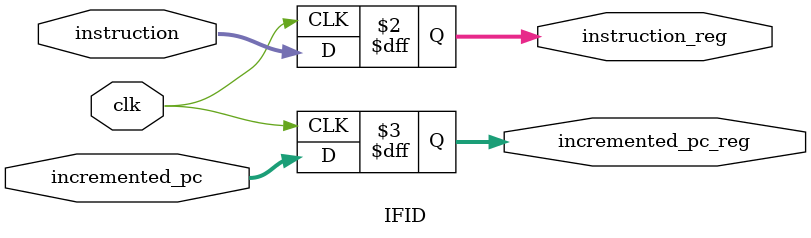
<source format=v>
module IFID(clk, instruction, incremented_pc, instruction_reg, incremented_pc_reg);
input [31:0] instruction, incremented_pc;
input clk;
output reg [31:0] instruction_reg, incremented_pc_reg;

always @ (posedge clk)
begin
	// what about stalling?
	instruction_reg <= instruction;
	incremented_pc_reg <= incremented_pc;
end

endmodule

</source>
